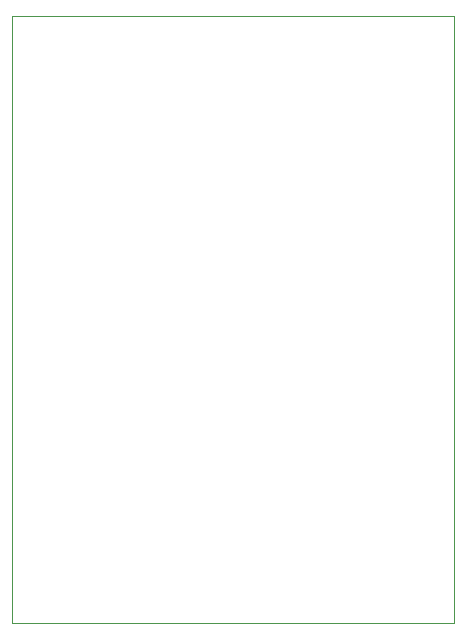
<source format=gbr>
G04 #@! TF.GenerationSoftware,KiCad,Pcbnew,5.1.7-5.1.7*
G04 #@! TF.CreationDate,2020-10-12T00:47:03+02:00*
G04 #@! TF.ProjectId,meteo-home,6d657465-6f2d-4686-9f6d-652e6b696361,rev?*
G04 #@! TF.SameCoordinates,Original*
G04 #@! TF.FileFunction,Profile,NP*
%FSLAX46Y46*%
G04 Gerber Fmt 4.6, Leading zero omitted, Abs format (unit mm)*
G04 Created by KiCad (PCBNEW 5.1.7-5.1.7) date 2020-10-12 00:47:03*
%MOMM*%
%LPD*%
G01*
G04 APERTURE LIST*
G04 #@! TA.AperFunction,Profile*
%ADD10C,0.100000*%
G04 #@! TD*
G04 APERTURE END LIST*
D10*
X142240000Y-49530000D02*
X142240000Y-100965000D01*
X104775000Y-49530000D02*
X142240000Y-49530000D01*
X104775000Y-100965000D02*
X104775000Y-49530000D01*
X142240000Y-100965000D02*
X104775000Y-100965000D01*
M02*

</source>
